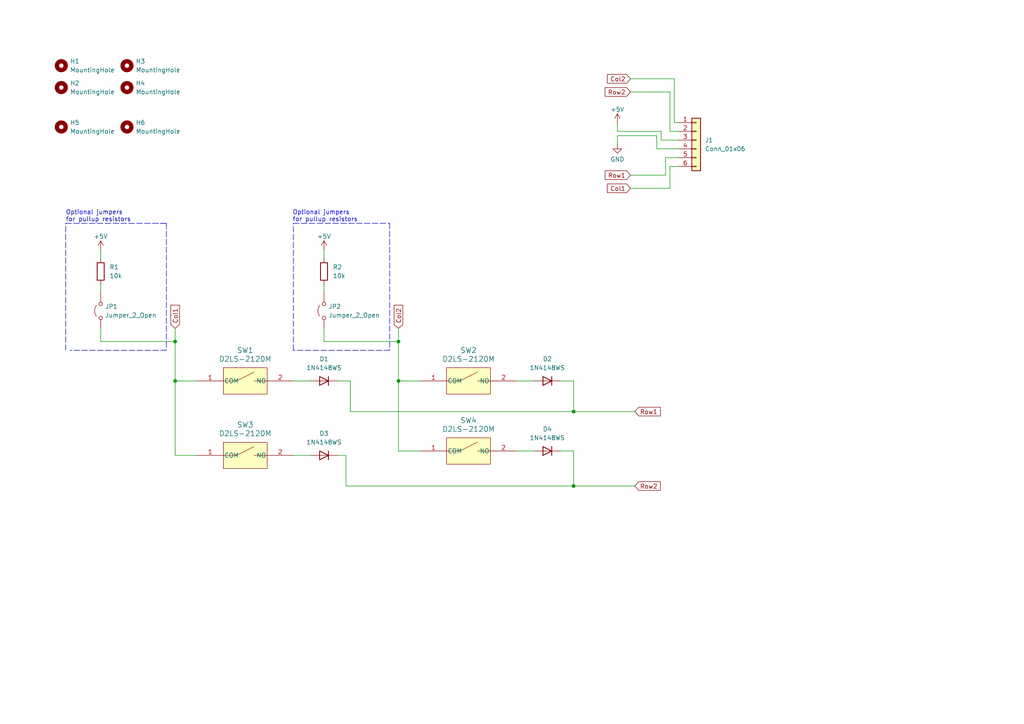
<source format=kicad_sch>
(kicad_sch (version 20231120) (generator "eeschema") (generator_version "8.0")
  (paper "A4")
  (lib_symbols
    (symbol "Connector_Generic:Conn_01x06" (pin_names (offset 1.016) hide)
      (property "Reference" "J" (at 0 7.62 0))
      (property "Value" "Conn_01x06" (at 0 -10.16 0))
      (symbol "Conn_01x06_1_1"
        (rectangle (start -1.27 -7.493) (end 0 -7.747) (stroke (width 0.1524)))
        (rectangle (start -1.27 -4.953) (end 0 -5.207) (stroke (width 0.1524)))
        (rectangle (start -1.27 -2.413) (end 0 -2.667) (stroke (width 0.1524)))
        (rectangle (start -1.27 0.127) (end 0 -0.127) (stroke (width 0.1524)))
        (rectangle (start -1.27 2.667) (end 0 2.413) (stroke (width 0.1524)))
        (rectangle (start -1.27 5.207) (end 0 4.953) (stroke (width 0.1524)))
        (rectangle (start -1.27 6.35) (end 1.27 -8.89) (stroke (width 0.254)) (fill (type background)))
        (pin passive line (at -5.08 5.08 0) (length 3.81) (name "Pin_1") (number "1"))
        (pin passive line (at -5.08 2.54 0) (length 3.81) (name "Pin_2") (number "2"))
        (pin passive line (at -5.08 0 0) (length 3.81) (name "Pin_3") (number "3"))
        (pin passive line (at -5.08 -2.54 0) (length 3.81) (name "Pin_4") (number "4"))
        (pin passive line (at -5.08 -5.08 0) (length 3.81) (name "Pin_5") (number "5"))
        (pin passive line (at -5.08 -7.62 0) (length 3.81) (name "Pin_6") (number "6"))
      )
    )
    (symbol "D2LS-2120M_1" (pin_names (offset 0.254))
      (property "Reference" "SW" (at 0 7.366 0))
      (property "Value" "D2LS-2120M" (at -0.254 5.08 0))
      (symbol "D2LS-2120M_1_0_1"
        (polyline (pts (xy -6.35 0) (xy -2.54 0)) (stroke (width 0.127)))
        (polyline (pts (xy -2.54 0) (xy 2.54 2.54)) (stroke (width 0.127)))
        (polyline (pts (xy 2.54 0) (xy 6.35 0)) (stroke (width 0.127)))
        (pin passive line (at -13.97 0 0) (length 7.62) (name "COM") (number "1"))
        (pin passive line (at 13.97 0 180) (length 7.62) (name "NO") (number "2"))
      )
      (symbol "D2LS-2120M_1_1_1"
        (polyline (pts (xy -6.35 3.81) (xy -6.35 -3.81) (xy 6.35 -3.81) (xy 6.35 3.81) (xy -6.35 3.81)) (fill (type color) (color 255 255 194 1)))
      )
    )
    (symbol "D2LS-2120M_2" (pin_names (offset 0.254))
      (property "Reference" "SW" (at 0 7.366 0))
      (property "Value" "D2LS-2120M" (at -0.254 5.08 0))
      (symbol "D2LS-2120M_2_0_1"
        (polyline (pts (xy -6.35 0) (xy -2.54 0)) (stroke (width 0.127)))
        (polyline (pts (xy -2.54 0) (xy 2.54 2.54)) (stroke (width 0.127)))
        (polyline (pts (xy 2.54 0) (xy 6.35 0)) (stroke (width 0.127)))
        (pin passive line (at -13.97 0 0) (length 7.62) (name "COM") (number "1"))
        (pin passive line (at 13.97 0 180) (length 7.62) (name "NO") (number "2"))
      )
      (symbol "D2LS-2120M_2_1_1"
        (polyline (pts (xy -6.35 3.81) (xy -6.35 -3.81) (xy 6.35 -3.81) (xy 6.35 3.81) (xy -6.35 3.81)) (fill (type color) (color 255 255 194 1)))
      )
    )
    (symbol "D2LS-2120M_3" (pin_names (offset 0.254))
      (property "Reference" "SW" (at 0 7.366 0))
      (property "Value" "D2LS-2120M" (at -0.254 5.08 0))
      (symbol "D2LS-2120M_3_0_1"
        (polyline (pts (xy -6.35 0) (xy -2.54 0)) (stroke (width 0.127)))
        (polyline (pts (xy -2.54 0) (xy 2.54 2.54)) (stroke (width 0.127)))
        (polyline (pts (xy 2.54 0) (xy 6.35 0)) (stroke (width 0.127)))
        (pin passive line (at -13.97 0 0) (length 7.62) (name "COM") (number "1"))
        (pin passive line (at 13.97 0 180) (length 7.62) (name "NO") (number "2"))
      )
      (symbol "D2LS-2120M_3_1_1"
        (polyline (pts (xy -6.35 3.81) (xy -6.35 -3.81) (xy 6.35 -3.81) (xy 6.35 3.81) (xy -6.35 3.81)) (fill (type color) (color 255 255 194 1)))
      )
    )
    (symbol "Device:R" (pin_numbers hide) (pin_names (offset 0))
      (property "Reference" "R" (at 2.032 0 90))
      (property "Value" "R" (at 0 0 90))
      (symbol "R_0_1"
        (rectangle (start -1.016 -2.54) (end 1.016 2.54) (stroke (width 0.254)))
      )
      (symbol "R_1_1"
        (pin passive line (at 0 3.81 270) (length 1.27) (name "~") (number "1"))
        (pin passive line (at 0 -3.81 90) (length 1.27) (name "~") (number "2"))
      )
    )
    (symbol "Diode:1N4148WS" (pin_numbers hide) (pin_names hide)
      (property "Reference" "D" (at 0 2.54 0))
      (property "Value" "1N4148WS" (at 0 -2.54 0))
      (symbol "1N4148WS_0_1"
        (polyline (pts (xy -1.27 1.27) (xy -1.27 -1.27)) (stroke (width 0.254)))
        (polyline (pts (xy 1.27 0) (xy -1.27 0)))
        (polyline (pts (xy 1.27 1.27) (xy 1.27 -1.27) (xy -1.27 0) (xy 1.27 1.27)) (stroke (width 0.254)))
      )
      (symbol "1N4148WS_1_1"
        (pin passive line (at -3.81 0 0) (length 2.54) (name "K") (number "1"))
        (pin passive line (at 3.81 0 180) (length 2.54) (name "A") (number "2"))
      )
    )
    (symbol "Jumper:Jumper_2_Open" (pin_numbers hide) (pin_names (offset 0) hide) (exclude_from_sim yes)
      (property "Reference" "JP" (at 0 2.794 0))
      (property "Value" "Jumper_2_Open" (at 0 -2.286 0))
      (symbol "Jumper_2_Open_0_0"
        (circle (center -2.032 0) (radius 0.508))
        (circle (center 2.032 0) (radius 0.508))
      )
      (symbol "Jumper_2_Open_0_1"
        (arc (start 1.524 1.27) (mid 0 1.778) (end -1.524 1.27))
      )
      (symbol "Jumper_2_Open_1_1"
        (pin passive line (at -5.08 0 0) (length 2.54) (name "A") (number "1"))
        (pin passive line (at 5.08 0 180) (length 2.54) (name "B") (number "2"))
      )
    )
    (symbol "Mechanical:MountingHole" (pin_names (offset 1.016)) (exclude_from_sim yes) (in_bom no)
      (property "Reference" "H" (at 0 5.08 0))
      (property "Value" "MountingHole" (at 0 3.175 0))
      (symbol "MountingHole_0_1"
        (circle (center 0 0) (radius 1.27) (stroke (width 1.27)))
      )
    )
    (symbol "My_Library:D2LS-2120M" (pin_names (offset 0.254))
      (property "Reference" "SW" (at 0 7.366 0))
      (property "Value" "D2LS-2120M" (at -0.254 5.08 0))
      (symbol "D2LS-2120M_0_1"
        (polyline (pts (xy -6.35 0) (xy -2.54 0)) (stroke (width 0.127)))
        (polyline (pts (xy -2.54 0) (xy 2.54 2.54)) (stroke (width 0.127)))
        (polyline (pts (xy 2.54 0) (xy 6.35 0)) (stroke (width 0.127)))
        (pin passive line (at -13.97 0 0) (length 7.62) (name "COM") (number "1"))
        (pin passive line (at 13.97 0 180) (length 7.62) (name "NO") (number "2"))
      )
      (symbol "D2LS-2120M_1_1"
        (polyline (pts (xy -6.35 3.81) (xy -6.35 -3.81) (xy 6.35 -3.81) (xy 6.35 3.81) (xy -6.35 3.81)) (fill (type color) (color 255 255 194 1)))
      )
    )
    (symbol "power:+5V" (power) (pin_numbers hide) (pin_names (offset 0) hide)
      (property "Value" "+5V" (at 0 3.556 0))
      (symbol "+5V_0_1"
        (polyline (pts (xy -0.762 1.27) (xy 0 2.54)))
        (polyline (pts (xy 0 0) (xy 0 2.54)))
        (polyline (pts (xy 0 2.54) (xy 0.762 1.27)))
      )
      (symbol "+5V_1_1"
        (pin power_in line (at 0 0 90) (length 0) (name "~") (number "1"))
      )
    )
    (symbol "power:GND" (power) (pin_numbers hide) (pin_names (offset 0) hide)
      (property "Value" "GND" (at 0 -3.81 0))
      (symbol "GND_0_1"
        (polyline (pts (xy 0 0) (xy 0 -1.27) (xy 1.27 -1.27) (xy 0 -2.54) (xy -1.27 -1.27) (xy 0 -1.27)))
      )
      (symbol "GND_1_1"
        (pin power_in line (at 0 0 270) (length 0) (name "~") (number "1"))
      )
    )
  )
  (junction (at 50.8 110.49))
  (junction (at 166.37 119.38))
  (junction (at 50.8 99.06))
  (junction (at 166.37 140.97))
  (junction (at 115.57 110.49))
  (junction (at 115.57 99.06))
  (wire (pts (xy 100.33 132.08) (xy 97.79 132.08)))
  (polyline (pts (xy 19.05 64.77) (xy 48.26 64.77)) (stroke (width 0) (type dash)))
  (polyline (pts (xy 48.26 64.77) (xy 45.72 64.77)) (stroke (width 0) (type dash)))
  (wire (pts (xy 194.31 48.26) (xy 196.85 48.26)))
  (wire (pts (xy 179.07 41.91) (xy 179.07 39.37)))
  (wire (pts (xy 194.31 48.26) (xy 194.31 54.61)))
  (wire (pts (xy 115.57 110.49) (xy 121.92 110.49)))
  (wire (pts (xy 195.58 35.56) (xy 196.85 35.56)))
  (polyline (pts (xy 113.03 101.6) (xy 85.09 101.6)) (stroke (width 0) (type dash)))
  (wire (pts (xy 191.77 38.1) (xy 191.77 40.64)))
  (polyline (pts (xy 19.05 101.6) (xy 19.05 64.77)) (stroke (width 0) (type dash)))
  (wire (pts (xy 179.07 38.1) (xy 179.07 35.56)))
  (wire (pts (xy 184.15 140.97) (xy 166.37 140.97)))
  (wire (pts (xy 29.21 72.39) (xy 29.21 74.93)))
  (wire (pts (xy 101.6 119.38) (xy 166.37 119.38)))
  (polyline (pts (xy 85.09 64.77) (xy 113.03 64.77)) (stroke (width 0) (type dash)))
  (wire (pts (xy 191.77 40.64) (xy 196.85 40.64)))
  (wire (pts (xy 85.09 132.08) (xy 90.17 132.08)))
  (polyline (pts (xy 85.09 101.6) (xy 85.09 64.77)) (stroke (width 0) (type dash)))
  (wire (pts (xy 57.15 132.08) (xy 50.8 132.08)))
  (wire (pts (xy 194.31 26.67) (xy 194.31 38.1)))
  (wire (pts (xy 162.56 110.49) (xy 166.37 110.49)))
  (polyline (pts (xy 48.26 101.6) (xy 20.32 101.6)) (stroke (width 0) (type dash)))
  (wire (pts (xy 179.07 39.37) (xy 190.5 39.37)))
  (wire (pts (xy 166.37 119.38) (xy 184.15 119.38)))
  (wire (pts (xy 166.37 130.81) (xy 166.37 140.97)))
  (wire (pts (xy 29.21 95.25) (xy 29.21 99.06)))
  (wire (pts (xy 29.21 82.55) (xy 29.21 85.09)))
  (wire (pts (xy 50.8 99.06) (xy 50.8 110.49)))
  (wire (pts (xy 115.57 95.25) (xy 115.57 99.06)))
  (wire (pts (xy 85.09 110.49) (xy 90.17 110.49)))
  (wire (pts (xy 190.5 43.18) (xy 196.85 43.18)))
  (wire (pts (xy 166.37 110.49) (xy 166.37 119.38)))
  (wire (pts (xy 101.6 110.49) (xy 101.6 119.38)))
  (wire (pts (xy 50.8 132.08) (xy 50.8 110.49)))
  (wire (pts (xy 193.04 45.72) (xy 196.85 45.72)))
  (wire (pts (xy 162.56 130.81) (xy 166.37 130.81)))
  (polyline (pts (xy 48.26 64.77) (xy 48.26 101.6)) (stroke (width 0) (type dash)))
  (wire (pts (xy 93.98 82.55) (xy 93.98 85.09)))
  (wire (pts (xy 93.98 99.06) (xy 115.57 99.06)))
  (wire (pts (xy 50.8 95.25) (xy 50.8 99.06)))
  (wire (pts (xy 182.88 50.8) (xy 193.04 50.8)))
  (wire (pts (xy 100.33 140.97) (xy 100.33 132.08)))
  (wire (pts (xy 149.86 130.81) (xy 154.94 130.81)))
  (wire (pts (xy 195.58 22.86) (xy 195.58 35.56)))
  (wire (pts (xy 50.8 110.49) (xy 57.15 110.49)))
  (wire (pts (xy 149.86 110.49) (xy 154.94 110.49)))
  (wire (pts (xy 193.04 50.8) (xy 193.04 45.72)))
  (wire (pts (xy 179.07 38.1) (xy 191.77 38.1)))
  (polyline (pts (xy 113.03 64.77) (xy 113.03 101.6)) (stroke (width 0) (type dash)))
  (wire (pts (xy 97.79 110.49) (xy 101.6 110.49)))
  (wire (pts (xy 121.92 130.81) (xy 115.57 130.81)))
  (wire (pts (xy 190.5 39.37) (xy 190.5 43.18)))
  (wire (pts (xy 194.31 38.1) (xy 196.85 38.1)))
  (wire (pts (xy 166.37 140.97) (xy 100.33 140.97)))
  (wire (pts (xy 93.98 95.25) (xy 93.98 99.06)))
  (wire (pts (xy 182.88 22.86) (xy 195.58 22.86)))
  (wire (pts (xy 93.98 72.39) (xy 93.98 74.93)))
  (wire (pts (xy 182.88 54.61) (xy 194.31 54.61)))
  (wire (pts (xy 29.21 99.06) (xy 50.8 99.06)))
  (wire (pts (xy 115.57 99.06) (xy 115.57 110.49)))
  (wire (pts (xy 182.88 26.67) (xy 194.31 26.67)))
  (wire (pts (xy 115.57 130.81) (xy 115.57 110.49)))
  (text "Optional jumpers \nfor pullup resistors" (at 19.05 62.738 0) (effects (font (size 1.27 1.27)) (justify left)))
  (text "Optional jumpers \nfor pullup resistors" (at 84.836 62.738 0) (effects (font (size 1.27 1.27)) (justify left)))
  (global_label "Col1" (shape input) (at 50.8 95.25 90) (property "Intersheetrefs" "${INTERSHEET_REFS}" (effects (hide yes))))
  (global_label "Col2" (shape input) (at 115.57 95.25 90) (property "Intersheetrefs" "${INTERSHEET_REFS}" (effects (hide yes))))
  (global_label "Col1" (shape input) (at 182.88 54.61 180) (property "Intersheetrefs" "${INTERSHEET_REFS}" (effects (hide yes))))
  (global_label "Row2" (shape input) (at 182.88 26.67 180) (property "Intersheetrefs" "${INTERSHEET_REFS}" (effects (hide yes))))
  (global_label "Col2" (shape input) (at 182.88 22.86 180) (property "Intersheetrefs" "${INTERSHEET_REFS}" (effects (hide yes))))
  (global_label "Row1" (shape input) (at 184.15 119.38 0) (property "Intersheetrefs" "${INTERSHEET_REFS}" (effects (hide yes))))
  (global_label "Row2" (shape input) (at 184.15 140.97 0) (property "Intersheetrefs" "${INTERSHEET_REFS}" (effects (hide yes))))
  (global_label "Row1" (shape input) (at 182.88 50.8 180) (property "Intersheetrefs" "${INTERSHEET_REFS}" (effects (hide yes))))
  (symbol (lib_id "Mechanical:MountingHole") (at 36.83 25.4 0) (unit 1) (exclude_from_sim yes) (in_bom no)
    (property "Reference" "H4" (at 39.37 24.1299 0) (effects (justify left)))
    (property "Value" "MountingHole" (at 39.37 26.6699 0) (effects (justify left)))
    (property "Footprint" "MountingHole:MountingHole_3.2mm_M3_ISO7380" (effects (hide yes)))
    (property "Description" "Mounting Hole without connection" (effects (hide yes)))
  )
  (symbol (lib_id "power:+5V") (at 29.21 72.39 0) (unit 1)
    (property "Reference" "#PWR01" (effects (hide yes)))
    (property "Value" "+5V" (at 29.21 68.58 0))
    (property "Description" "Power symbol creates a global label with name \"+5V\"" (effects (hide yes)))
  )
  (symbol (lib_id "Device:R") (at 93.98 78.74 0) (unit 1)
    (property "Reference" "R2" (at 96.52 77.4699 0) (effects (justify left)))
    (property "Value" "10k" (at 96.52 80.0099 0) (effects (justify left)))
    (property "Footprint" "Resistor_SMD:R_0805_2012Metric_Pad1.20x1.40mm_HandSolder" (effects (hide yes)))
    (property "Description" "Resistor" (effects (hide yes)))
  )
  (symbol (lib_id "Mechanical:MountingHole") (at 36.83 36.83 0) (unit 1) (exclude_from_sim yes) (in_bom no)
    (property "Reference" "H6" (at 39.37 35.5599 0) (effects (justify left)))
    (property "Value" "MountingHole" (at 39.37 38.0999 0) (effects (justify left)))
    (property "Footprint" "My_Library:MountingHole_1.6mm" (effects (hide yes)))
    (property "Description" "Mounting Hole without connection" (effects (hide yes)))
  )
  (symbol (lib_id "Diode:1N4148WS") (at 158.75 130.81 180) (unit 1)
    (property "Reference" "D4" (at 158.75 124.46 0))
    (property "Value" "1N4148WS" (at 158.75 127 0))
    (property "Footprint" "Diode_SMD:D_SOD-323" (effects (hide yes)))
    (property "Datasheet" "https://www.vishay.com/docs/85751/1n4148ws.pdf" (effects (hide yes)))
    (property "Description" "75V 0.15A Fast switching Diode, SOD-323" (effects (hide yes)))
    (property "Sim.Device" "D" (effects (hide yes)))
    (property "Sim.Pins" "1=K 2=A" (effects (hide yes)))
  )
  (symbol (lib_id "power:+5V") (at 93.98 72.39 0) (unit 1)
    (property "Reference" "#PWR02" (effects (hide yes)))
    (property "Value" "+5V" (at 93.98 68.58 0))
    (property "Description" "Power symbol creates a global label with name \"+5V\"" (effects (hide yes)))
  )
  (symbol (lib_id "Connector_Generic:Conn_01x06") (at 201.93 40.64 0) (unit 1)
    (property "Reference" "J1" (at 204.47 40.6399 0) (effects (justify left)))
    (property "Value" "Conn_01x06" (at 204.47 43.1799 0) (effects (justify left)))
    (property "Footprint" "My_Library:TEAmp-CON6-84953-SMT-RA-FCC-FPC" (effects (hide yes)))
    (property "Description" "Generic connector, single row, 01x06, script generated (kicad-library-utils/schlib/autogen/connector/)" (effects (hide yes)))
  )
  (symbol (lib_id "Jumper:Jumper_2_Open") (at 93.98 90.17 90) (unit 1) (exclude_from_sim yes)
    (property "Reference" "JP2" (at 95.25 88.8999 90) (effects (justify right)))
    (property "Value" "Jumper_2_Open" (at 95.25 91.4399 90) (effects (justify right)))
    (property "Footprint" "Jumper:SolderJumper-2_P1.3mm_Open_Pad1.0x1.5mm" (effects (hide yes)))
    (property "Description" "Jumper, 2-pole, open" (effects (hide yes)))
  )
  (symbol (lib_id "Jumper:Jumper_2_Open") (at 29.21 90.17 90) (unit 1) (exclude_from_sim yes)
    (property "Reference" "JP1" (at 30.48 88.8999 90) (effects (justify right)))
    (property "Value" "Jumper_2_Open" (at 30.48 91.4399 90) (effects (justify right)))
    (property "Footprint" "Jumper:SolderJumper-2_P1.3mm_Open_Pad1.0x1.5mm" (effects (hide yes)))
    (property "Description" "Jumper, 2-pole, open" (effects (hide yes)))
  )
  (symbol (lib_id "power:+5V") (at 179.07 35.56 0) (unit 1)
    (property "Reference" "#PWR04" (effects (hide yes)))
    (property "Value" "+5V" (at 179.07 31.75 0))
    (property "Description" "Power symbol creates a global label with name \"+5V\"" (effects (hide yes)))
  )
  (symbol (lib_id "Diode:1N4148WS") (at 93.98 110.49 180) (unit 1)
    (property "Reference" "D1" (at 93.98 104.14 0))
    (property "Value" "1N4148WS" (at 93.98 106.68 0))
    (property "Footprint" "Diode_SMD:D_SOD-323" (effects (hide yes)))
    (property "Datasheet" "https://www.vishay.com/docs/85751/1n4148ws.pdf" (effects (hide yes)))
    (property "Description" "75V 0.15A Fast switching Diode, SOD-323" (effects (hide yes)))
    (property "Sim.Device" "D" (effects (hide yes)))
    (property "Sim.Pins" "1=K 2=A" (effects (hide yes)))
  )
  (symbol (lib_id "My_Library:D2LS-2120M") (at 135.89 130.81 0) (unit 1)
    (property "Reference" "SW4" (at 135.89 121.92 0) (effects (font (size 1.524 1.524))))
    (property "Value" "D2LS-2120M" (at 135.89 124.46 0) (effects (font (size 1.524 1.524))))
    (property "Footprint" "My_Library:Omron_SW_D2LS_11_20M" (effects (hide yes)))
    (property "Datasheet" "D2LS-2120M" (effects (hide yes)))
  )
  (symbol (lib_id "Mechanical:MountingHole") (at 17.78 36.83 0) (unit 1) (exclude_from_sim yes) (in_bom no)
    (property "Reference" "H5" (at 20.32 35.5599 0) (effects (justify left)))
    (property "Value" "MountingHole" (at 20.32 38.0999 0) (effects (justify left)))
    (property "Footprint" "My_Library:MountingHole_1.6mm" (effects (hide yes)))
    (property "Description" "Mounting Hole without connection" (effects (hide yes)))
  )
  (symbol (lib_id "Device:R") (at 29.21 78.74 0) (unit 1)
    (property "Reference" "R1" (at 31.75 77.4699 0) (effects (justify left)))
    (property "Value" "10k" (at 31.75 80.0099 0) (effects (justify left)))
    (property "Footprint" "Resistor_SMD:R_0805_2012Metric_Pad1.20x1.40mm_HandSolder" (effects (hide yes)))
    (property "Description" "Resistor" (effects (hide yes)))
  )
  (symbol (lib_id "Mechanical:MountingHole") (at 36.83 19.05 0) (unit 1) (exclude_from_sim yes) (in_bom no)
    (property "Reference" "H3" (at 39.37 17.7799 0) (effects (justify left)))
    (property "Value" "MountingHole" (at 39.37 20.3199 0) (effects (justify left)))
    (property "Footprint" "MountingHole:MountingHole_3.2mm_M3_ISO7380" (effects (hide yes)))
    (property "Description" "Mounting Hole without connection" (effects (hide yes)))
  )
  (symbol (lib_id "Mechanical:MountingHole") (at 17.78 25.4 0) (unit 1) (exclude_from_sim yes) (in_bom no)
    (property "Reference" "H2" (at 20.32 24.1299 0) (effects (justify left)))
    (property "Value" "MountingHole" (at 20.32 26.6699 0) (effects (justify left)))
    (property "Footprint" "MountingHole:MountingHole_3.2mm_M3_ISO7380" (effects (hide yes)))
    (property "Description" "Mounting Hole without connection" (effects (hide yes)))
  )
  (symbol (lib_name "D2LS-2120M_2") (lib_id "My_Library:D2LS-2120M") (at 135.89 110.49 0) (unit 1)
    (property "Reference" "SW2" (at 135.89 101.6 0) (effects (font (size 1.524 1.524))))
    (property "Value" "D2LS-2120M" (at 135.89 104.14 0) (effects (font (size 1.524 1.524))))
    (property "Footprint" "My_Library:Omron_SW_D2LS_11_20M" (effects (hide yes)))
    (property "Datasheet" "D2LS-2120M" (effects (hide yes)))
  )
  (symbol (lib_name "D2LS-2120M_3") (lib_id "My_Library:D2LS-2120M") (at 71.12 132.08 0) (unit 1)
    (property "Reference" "SW3" (at 71.12 123.19 0) (effects (font (size 1.524 1.524))))
    (property "Value" "D2LS-2120M" (at 71.12 125.73 0) (effects (font (size 1.524 1.524))))
    (property "Footprint" "My_Library:Omron_SW_D2LS_11_20M" (effects (hide yes)))
    (property "Datasheet" "D2LS-2120M" (effects (hide yes)))
  )
  (symbol (lib_id "Diode:1N4148WS") (at 93.98 132.08 180) (unit 1)
    (property "Reference" "D3" (at 93.98 125.73 0))
    (property "Value" "1N4148WS" (at 93.98 128.27 0))
    (property "Footprint" "Diode_SMD:D_SOD-323" (effects (hide yes)))
    (property "Datasheet" "https://www.vishay.com/docs/85751/1n4148ws.pdf" (effects (hide yes)))
    (property "Description" "75V 0.15A Fast switching Diode, SOD-323" (effects (hide yes)))
    (property "Sim.Device" "D" (effects (hide yes)))
    (property "Sim.Pins" "1=K 2=A" (effects (hide yes)))
  )
  (symbol (lib_id "power:GND") (at 179.07 41.91 0) (unit 1)
    (property "Reference" "#PWR05" (effects (hide yes)))
    (property "Value" "GND" (at 179.07 46.228 0))
    (property "Description" "Power symbol creates a global label with name \"GND\" , ground" (effects (hide yes)))
  )
  (symbol (lib_name "D2LS-2120M_1") (lib_id "My_Library:D2LS-2120M") (at 71.12 110.49 0) (unit 1)
    (property "Reference" "SW1" (at 71.12 101.6 0) (effects (font (size 1.524 1.524))))
    (property "Value" "D2LS-2120M" (at 71.12 104.14 0) (effects (font (size 1.524 1.524))))
    (property "Footprint" "My_Library:Omron_SW_D2LS_11_20M" (effects (hide yes)))
    (property "Datasheet" "D2LS-2120M" (effects (hide yes)))
  )
  (symbol (lib_id "Mechanical:MountingHole") (at 17.78 19.05 0) (unit 1) (exclude_from_sim yes) (in_bom no)
    (property "Reference" "H1" (at 20.32 17.7799 0) (effects (justify left)))
    (property "Value" "MountingHole" (at 20.32 20.3199 0) (effects (justify left)))
    (property "Footprint" "MountingHole:MountingHole_3.2mm_M3_ISO7380" (effects (hide yes)))
    (property "Description" "Mounting Hole without connection" (effects (hide yes)))
  )
  (symbol (lib_id "Diode:1N4148WS") (at 158.75 110.49 180) (unit 1)
    (property "Reference" "D2" (at 158.75 104.14 0))
    (property "Value" "1N4148WS" (at 158.75 106.68 0))
    (property "Footprint" "Diode_SMD:D_SOD-323" (effects (hide yes)))
    (property "Datasheet" "https://www.vishay.com/docs/85751/1n4148ws.pdf" (effects (hide yes)))
    (property "Description" "75V 0.15A Fast switching Diode, SOD-323" (effects (hide yes)))
    (property "Sim.Device" "D" (effects (hide yes)))
    (property "Sim.Pins" "1=K 2=A" (effects (hide yes)))
  )
)
</source>
